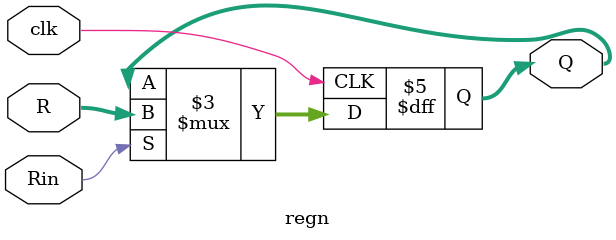
<source format=sv>
module regn
#(parameter n = 9)
(
	input [n-1:0] R,
	input Rin,clk,
	output reg [n-1:0] Q
);

always @(posedge clk) begin
	if (Rin == 1'b1) begin
		Q <= R;
	end
end
endmodule
</source>
